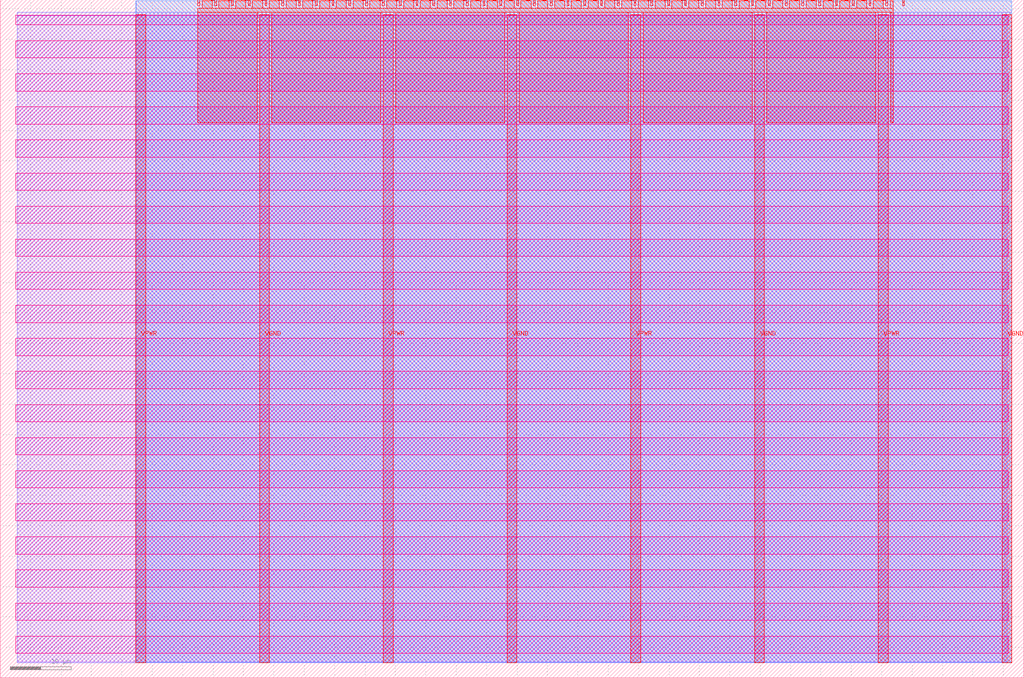
<source format=lef>
VERSION 5.7 ;
  NOWIREEXTENSIONATPIN ON ;
  DIVIDERCHAR "/" ;
  BUSBITCHARS "[]" ;
MACRO tt_um_wokwi_380410498092232705_dup
  CLASS BLOCK ;
  FOREIGN tt_um_wokwi_380410498092232705_dup ;
  ORIGIN 0.000 0.000 ;
  SIZE 168.360 BY 111.520 ;
  PIN VGND
    DIRECTION INOUT ;
    USE GROUND ;
    PORT
      LAYER met4 ;
        RECT 42.670 2.480 44.270 109.040 ;
    END
    PORT
      LAYER met4 ;
        RECT 83.380 2.480 84.980 109.040 ;
    END
    PORT
      LAYER met4 ;
        RECT 124.090 2.480 125.690 109.040 ;
    END
    PORT
      LAYER met4 ;
        RECT 164.800 2.480 166.400 109.040 ;
    END
  END VGND
  PIN VPWR
    DIRECTION INOUT ;
    USE POWER ;
    PORT
      LAYER met4 ;
        RECT 22.315 2.480 23.915 109.040 ;
    END
    PORT
      LAYER met4 ;
        RECT 63.025 2.480 64.625 109.040 ;
    END
    PORT
      LAYER met4 ;
        RECT 103.735 2.480 105.335 109.040 ;
    END
    PORT
      LAYER met4 ;
        RECT 144.445 2.480 146.045 109.040 ;
    END
  END VPWR
  PIN clk
    DIRECTION INPUT ;
    USE SIGNAL ;
    ANTENNAGATEAREA 0.852000 ;
    PORT
      LAYER met4 ;
        RECT 145.670 110.520 145.970 111.520 ;
    END
  END clk
  PIN ena
    DIRECTION INPUT ;
    USE SIGNAL ;
    PORT
      LAYER met4 ;
        RECT 148.430 110.520 148.730 111.520 ;
    END
  END ena
  PIN rst_n
    DIRECTION INPUT ;
    USE SIGNAL ;
    PORT
      LAYER met4 ;
        RECT 142.910 110.520 143.210 111.520 ;
    END
  END rst_n
  PIN ui_in[0]
    DIRECTION INPUT ;
    USE SIGNAL ;
    PORT
      LAYER met4 ;
        RECT 140.150 110.520 140.450 111.520 ;
    END
  END ui_in[0]
  PIN ui_in[1]
    DIRECTION INPUT ;
    USE SIGNAL ;
    ANTENNAGATEAREA 0.196500 ;
    PORT
      LAYER met4 ;
        RECT 137.390 110.520 137.690 111.520 ;
    END
  END ui_in[1]
  PIN ui_in[2]
    DIRECTION INPUT ;
    USE SIGNAL ;
    ANTENNAGATEAREA 0.196500 ;
    PORT
      LAYER met4 ;
        RECT 134.630 110.520 134.930 111.520 ;
    END
  END ui_in[2]
  PIN ui_in[3]
    DIRECTION INPUT ;
    USE SIGNAL ;
    ANTENNAGATEAREA 0.196500 ;
    PORT
      LAYER met4 ;
        RECT 131.870 110.520 132.170 111.520 ;
    END
  END ui_in[3]
  PIN ui_in[4]
    DIRECTION INPUT ;
    USE SIGNAL ;
    PORT
      LAYER met4 ;
        RECT 129.110 110.520 129.410 111.520 ;
    END
  END ui_in[4]
  PIN ui_in[5]
    DIRECTION INPUT ;
    USE SIGNAL ;
    PORT
      LAYER met4 ;
        RECT 126.350 110.520 126.650 111.520 ;
    END
  END ui_in[5]
  PIN ui_in[6]
    DIRECTION INPUT ;
    USE SIGNAL ;
    ANTENNAGATEAREA 0.196500 ;
    PORT
      LAYER met4 ;
        RECT 123.590 110.520 123.890 111.520 ;
    END
  END ui_in[6]
  PIN ui_in[7]
    DIRECTION INPUT ;
    USE SIGNAL ;
    ANTENNAGATEAREA 0.196500 ;
    PORT
      LAYER met4 ;
        RECT 120.830 110.520 121.130 111.520 ;
    END
  END ui_in[7]
  PIN uio_in[0]
    DIRECTION INPUT ;
    USE SIGNAL ;
    PORT
      LAYER met4 ;
        RECT 118.070 110.520 118.370 111.520 ;
    END
  END uio_in[0]
  PIN uio_in[1]
    DIRECTION INPUT ;
    USE SIGNAL ;
    PORT
      LAYER met4 ;
        RECT 115.310 110.520 115.610 111.520 ;
    END
  END uio_in[1]
  PIN uio_in[2]
    DIRECTION INPUT ;
    USE SIGNAL ;
    PORT
      LAYER met4 ;
        RECT 112.550 110.520 112.850 111.520 ;
    END
  END uio_in[2]
  PIN uio_in[3]
    DIRECTION INPUT ;
    USE SIGNAL ;
    PORT
      LAYER met4 ;
        RECT 109.790 110.520 110.090 111.520 ;
    END
  END uio_in[3]
  PIN uio_in[4]
    DIRECTION INPUT ;
    USE SIGNAL ;
    PORT
      LAYER met4 ;
        RECT 107.030 110.520 107.330 111.520 ;
    END
  END uio_in[4]
  PIN uio_in[5]
    DIRECTION INPUT ;
    USE SIGNAL ;
    PORT
      LAYER met4 ;
        RECT 104.270 110.520 104.570 111.520 ;
    END
  END uio_in[5]
  PIN uio_in[6]
    DIRECTION INPUT ;
    USE SIGNAL ;
    PORT
      LAYER met4 ;
        RECT 101.510 110.520 101.810 111.520 ;
    END
  END uio_in[6]
  PIN uio_in[7]
    DIRECTION INPUT ;
    USE SIGNAL ;
    PORT
      LAYER met4 ;
        RECT 98.750 110.520 99.050 111.520 ;
    END
  END uio_in[7]
  PIN uio_oe[0]
    DIRECTION OUTPUT TRISTATE ;
    USE SIGNAL ;
    PORT
      LAYER met4 ;
        RECT 51.830 110.520 52.130 111.520 ;
    END
  END uio_oe[0]
  PIN uio_oe[1]
    DIRECTION OUTPUT TRISTATE ;
    USE SIGNAL ;
    PORT
      LAYER met4 ;
        RECT 49.070 110.520 49.370 111.520 ;
    END
  END uio_oe[1]
  PIN uio_oe[2]
    DIRECTION OUTPUT TRISTATE ;
    USE SIGNAL ;
    PORT
      LAYER met4 ;
        RECT 46.310 110.520 46.610 111.520 ;
    END
  END uio_oe[2]
  PIN uio_oe[3]
    DIRECTION OUTPUT TRISTATE ;
    USE SIGNAL ;
    PORT
      LAYER met4 ;
        RECT 43.550 110.520 43.850 111.520 ;
    END
  END uio_oe[3]
  PIN uio_oe[4]
    DIRECTION OUTPUT TRISTATE ;
    USE SIGNAL ;
    PORT
      LAYER met4 ;
        RECT 40.790 110.520 41.090 111.520 ;
    END
  END uio_oe[4]
  PIN uio_oe[5]
    DIRECTION OUTPUT TRISTATE ;
    USE SIGNAL ;
    PORT
      LAYER met4 ;
        RECT 38.030 110.520 38.330 111.520 ;
    END
  END uio_oe[5]
  PIN uio_oe[6]
    DIRECTION OUTPUT TRISTATE ;
    USE SIGNAL ;
    PORT
      LAYER met4 ;
        RECT 35.270 110.520 35.570 111.520 ;
    END
  END uio_oe[6]
  PIN uio_oe[7]
    DIRECTION OUTPUT TRISTATE ;
    USE SIGNAL ;
    PORT
      LAYER met4 ;
        RECT 32.510 110.520 32.810 111.520 ;
    END
  END uio_oe[7]
  PIN uio_out[0]
    DIRECTION OUTPUT TRISTATE ;
    USE SIGNAL ;
    PORT
      LAYER met4 ;
        RECT 73.910 110.520 74.210 111.520 ;
    END
  END uio_out[0]
  PIN uio_out[1]
    DIRECTION OUTPUT TRISTATE ;
    USE SIGNAL ;
    PORT
      LAYER met4 ;
        RECT 71.150 110.520 71.450 111.520 ;
    END
  END uio_out[1]
  PIN uio_out[2]
    DIRECTION OUTPUT TRISTATE ;
    USE SIGNAL ;
    PORT
      LAYER met4 ;
        RECT 68.390 110.520 68.690 111.520 ;
    END
  END uio_out[2]
  PIN uio_out[3]
    DIRECTION OUTPUT TRISTATE ;
    USE SIGNAL ;
    PORT
      LAYER met4 ;
        RECT 65.630 110.520 65.930 111.520 ;
    END
  END uio_out[3]
  PIN uio_out[4]
    DIRECTION OUTPUT TRISTATE ;
    USE SIGNAL ;
    PORT
      LAYER met4 ;
        RECT 62.870 110.520 63.170 111.520 ;
    END
  END uio_out[4]
  PIN uio_out[5]
    DIRECTION OUTPUT TRISTATE ;
    USE SIGNAL ;
    PORT
      LAYER met4 ;
        RECT 60.110 110.520 60.410 111.520 ;
    END
  END uio_out[5]
  PIN uio_out[6]
    DIRECTION OUTPUT TRISTATE ;
    USE SIGNAL ;
    PORT
      LAYER met4 ;
        RECT 57.350 110.520 57.650 111.520 ;
    END
  END uio_out[6]
  PIN uio_out[7]
    DIRECTION OUTPUT TRISTATE ;
    USE SIGNAL ;
    PORT
      LAYER met4 ;
        RECT 54.590 110.520 54.890 111.520 ;
    END
  END uio_out[7]
  PIN uo_out[0]
    DIRECTION OUTPUT TRISTATE ;
    USE SIGNAL ;
    ANTENNADIFFAREA 0.795200 ;
    PORT
      LAYER met4 ;
        RECT 95.990 110.520 96.290 111.520 ;
    END
  END uo_out[0]
  PIN uo_out[1]
    DIRECTION OUTPUT TRISTATE ;
    USE SIGNAL ;
    ANTENNADIFFAREA 0.445500 ;
    PORT
      LAYER met4 ;
        RECT 93.230 110.520 93.530 111.520 ;
    END
  END uo_out[1]
  PIN uo_out[2]
    DIRECTION OUTPUT TRISTATE ;
    USE SIGNAL ;
    ANTENNADIFFAREA 0.795200 ;
    PORT
      LAYER met4 ;
        RECT 90.470 110.520 90.770 111.520 ;
    END
  END uo_out[2]
  PIN uo_out[3]
    DIRECTION OUTPUT TRISTATE ;
    USE SIGNAL ;
    ANTENNADIFFAREA 0.795200 ;
    PORT
      LAYER met4 ;
        RECT 87.710 110.520 88.010 111.520 ;
    END
  END uo_out[3]
  PIN uo_out[4]
    DIRECTION OUTPUT TRISTATE ;
    USE SIGNAL ;
    PORT
      LAYER met4 ;
        RECT 84.950 110.520 85.250 111.520 ;
    END
  END uo_out[4]
  PIN uo_out[5]
    DIRECTION OUTPUT TRISTATE ;
    USE SIGNAL ;
    PORT
      LAYER met4 ;
        RECT 82.190 110.520 82.490 111.520 ;
    END
  END uo_out[5]
  PIN uo_out[6]
    DIRECTION OUTPUT TRISTATE ;
    USE SIGNAL ;
    ANTENNADIFFAREA 0.445500 ;
    PORT
      LAYER met4 ;
        RECT 79.430 110.520 79.730 111.520 ;
    END
  END uo_out[6]
  PIN uo_out[7]
    DIRECTION OUTPUT TRISTATE ;
    USE SIGNAL ;
    ANTENNADIFFAREA 0.445500 ;
    PORT
      LAYER met4 ;
        RECT 76.670 110.520 76.970 111.520 ;
    END
  END uo_out[7]
  OBS
      LAYER nwell ;
        RECT 2.570 107.385 165.790 108.990 ;
        RECT 2.570 101.945 165.790 104.775 ;
        RECT 2.570 96.505 165.790 99.335 ;
        RECT 2.570 91.065 165.790 93.895 ;
        RECT 2.570 85.625 165.790 88.455 ;
        RECT 2.570 80.185 165.790 83.015 ;
        RECT 2.570 74.745 165.790 77.575 ;
        RECT 2.570 69.305 165.790 72.135 ;
        RECT 2.570 63.865 165.790 66.695 ;
        RECT 2.570 58.425 165.790 61.255 ;
        RECT 2.570 52.985 165.790 55.815 ;
        RECT 2.570 47.545 165.790 50.375 ;
        RECT 2.570 42.105 165.790 44.935 ;
        RECT 2.570 36.665 165.790 39.495 ;
        RECT 2.570 31.225 165.790 34.055 ;
        RECT 2.570 25.785 165.790 28.615 ;
        RECT 2.570 20.345 165.790 23.175 ;
        RECT 2.570 14.905 165.790 17.735 ;
        RECT 2.570 9.465 165.790 12.295 ;
        RECT 2.570 4.025 165.790 6.855 ;
      LAYER li1 ;
        RECT 2.760 2.635 165.600 108.885 ;
      LAYER met1 ;
        RECT 2.760 2.480 166.400 109.440 ;
      LAYER met2 ;
        RECT 22.345 2.535 166.370 111.365 ;
      LAYER met3 ;
        RECT 22.325 2.555 166.390 111.345 ;
      LAYER met4 ;
        RECT 33.210 110.120 34.870 111.345 ;
        RECT 35.970 110.120 37.630 111.345 ;
        RECT 38.730 110.120 40.390 111.345 ;
        RECT 41.490 110.120 43.150 111.345 ;
        RECT 44.250 110.120 45.910 111.345 ;
        RECT 47.010 110.120 48.670 111.345 ;
        RECT 49.770 110.120 51.430 111.345 ;
        RECT 52.530 110.120 54.190 111.345 ;
        RECT 55.290 110.120 56.950 111.345 ;
        RECT 58.050 110.120 59.710 111.345 ;
        RECT 60.810 110.120 62.470 111.345 ;
        RECT 63.570 110.120 65.230 111.345 ;
        RECT 66.330 110.120 67.990 111.345 ;
        RECT 69.090 110.120 70.750 111.345 ;
        RECT 71.850 110.120 73.510 111.345 ;
        RECT 74.610 110.120 76.270 111.345 ;
        RECT 77.370 110.120 79.030 111.345 ;
        RECT 80.130 110.120 81.790 111.345 ;
        RECT 82.890 110.120 84.550 111.345 ;
        RECT 85.650 110.120 87.310 111.345 ;
        RECT 88.410 110.120 90.070 111.345 ;
        RECT 91.170 110.120 92.830 111.345 ;
        RECT 93.930 110.120 95.590 111.345 ;
        RECT 96.690 110.120 98.350 111.345 ;
        RECT 99.450 110.120 101.110 111.345 ;
        RECT 102.210 110.120 103.870 111.345 ;
        RECT 104.970 110.120 106.630 111.345 ;
        RECT 107.730 110.120 109.390 111.345 ;
        RECT 110.490 110.120 112.150 111.345 ;
        RECT 113.250 110.120 114.910 111.345 ;
        RECT 116.010 110.120 117.670 111.345 ;
        RECT 118.770 110.120 120.430 111.345 ;
        RECT 121.530 110.120 123.190 111.345 ;
        RECT 124.290 110.120 125.950 111.345 ;
        RECT 127.050 110.120 128.710 111.345 ;
        RECT 129.810 110.120 131.470 111.345 ;
        RECT 132.570 110.120 134.230 111.345 ;
        RECT 135.330 110.120 136.990 111.345 ;
        RECT 138.090 110.120 139.750 111.345 ;
        RECT 140.850 110.120 142.510 111.345 ;
        RECT 143.610 110.120 145.270 111.345 ;
        RECT 146.370 110.120 146.905 111.345 ;
        RECT 32.495 109.440 146.905 110.120 ;
        RECT 32.495 91.295 42.270 109.440 ;
        RECT 44.670 91.295 62.625 109.440 ;
        RECT 65.025 91.295 82.980 109.440 ;
        RECT 85.380 91.295 103.335 109.440 ;
        RECT 105.735 91.295 123.690 109.440 ;
        RECT 126.090 91.295 144.045 109.440 ;
        RECT 146.445 91.295 146.905 109.440 ;
  END
END tt_um_wokwi_380410498092232705_dup
END LIBRARY


</source>
